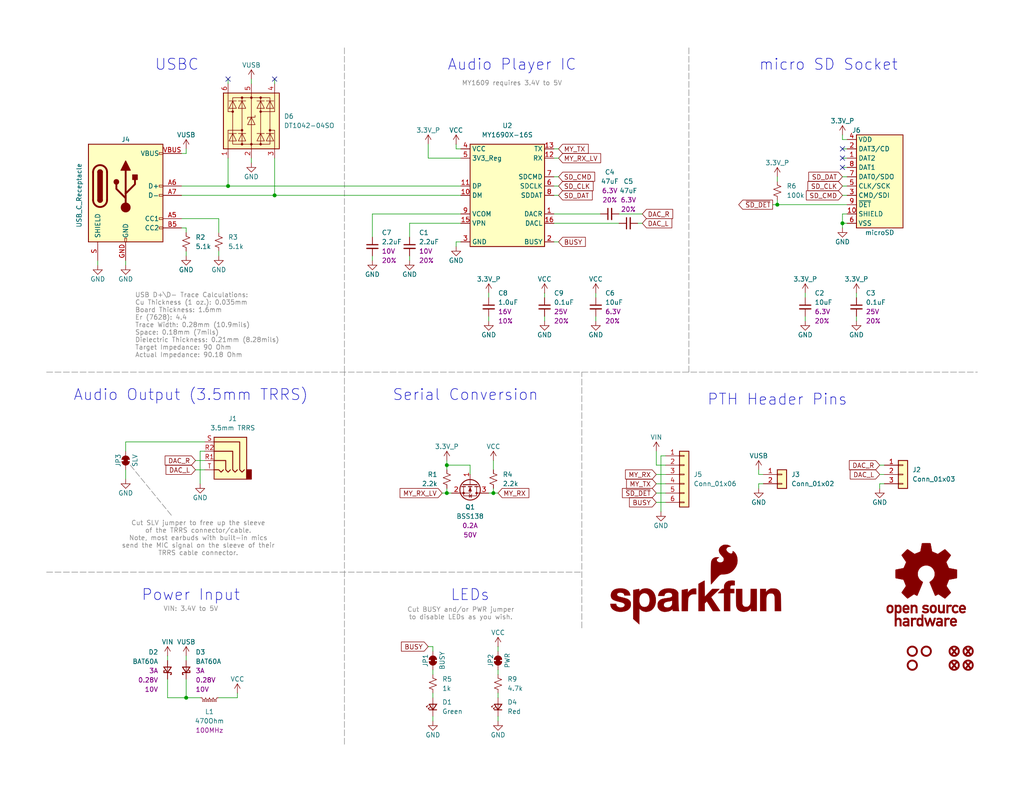
<source format=kicad_sch>
(kicad_sch (version 20231120) (generator "eeschema") (generator_version "8.0")
  (paper "USLetter")
  (title_block (title "SparkFun Audio Player Breakout MY1690X-16S") (date "2025-02-18") (rev "v10") (comment 1 "Based on the MP3 Trigger Shield R3 by N. Seidle") (comment 2 "Designed by: P. Lewis"))
  (junction (at 62.23 50.8))
  (junction (at 229.87 60.96))
  (junction (at 74.93 53.34))
  (junction (at 121.92 134.62))
  (junction (at 134.62 134.62))
  (junction (at 212.09 55.88))
  (junction (at 50.8 190.5))
  (junction (at 121.92 127))
  (no_connect (at 74.93 21.59))
  (no_connect (at 229.87 40.64))
  (no_connect (at 62.23 21.59))
  (no_connect (at 229.87 43.18))
  (no_connect (at 229.87 45.72))
  (wire (pts (xy 231.14 38.1) (xy 229.87 38.1)))
  (wire (pts (xy 53.34 125.73) (xy 55.88 125.73)))
  (wire (pts (xy 45.72 185.42) (xy 45.72 190.5)))
  (wire (pts (xy 49.53 50.8) (xy 62.23 50.8)))
  (wire (pts (xy 179.07 132.08) (xy 181.61 132.08)))
  (wire (pts (xy 229.87 48.26) (xy 231.14 48.26)))
  (wire (pts (xy 212.09 48.26) (xy 212.09 49.53)))
  (wire (pts (xy 116.84 39.37) (xy 116.84 43.18)))
  (wire (pts (xy 59.69 69.85) (xy 59.69 68.58)))
  (wire (pts (xy 101.6 71.12) (xy 101.6 69.85)))
  (wire (pts (xy 53.34 128.27) (xy 55.88 128.27)))
  (wire (pts (xy 219.71 81.28) (xy 219.71 80.01)))
  (wire (pts (xy 151.13 58.42) (xy 163.83 58.42)))
  (wire (pts (xy 121.92 128.27) (xy 121.92 127)))
  (wire (pts (xy 50.8 69.85) (xy 50.8 68.58)))
  (wire (pts (xy 121.92 134.62) (xy 123.19 134.62)))
  (wire (pts (xy 118.11 177.8) (xy 118.11 176.53)))
  (wire (pts (xy 240.03 132.08) (xy 240.03 133.35)))
  (wire (pts (xy 229.87 36.83) (xy 229.87 38.1)))
  (wire (pts (xy 152.4 40.64) (xy 151.13 40.64)))
  (wire (pts (xy 121.92 133.35) (xy 121.92 134.62)))
  (wire (pts (xy 118.11 190.5) (xy 118.11 189.23)))
  (wire (pts (xy 49.53 53.34) (xy 74.93 53.34)))
  (wire (pts (xy 54.61 123.19) (xy 55.88 123.19)))
  (wire (pts (xy 111.76 60.96) (xy 111.76 64.77)))
  (wire (pts (xy 49.53 59.69) (xy 59.69 59.69)))
  (wire (pts (xy 133.35 80.01) (xy 133.35 81.28)))
  (wire (pts (xy 207.01 132.08) (xy 207.01 133.35)))
  (wire (pts (xy 50.8 185.42) (xy 50.8 190.5)))
  (wire (pts (xy 208.28 132.08) (xy 207.01 132.08)))
  (wire (pts (xy 229.87 53.34) (xy 231.14 53.34)))
  (wire (pts (xy 152.4 50.8) (xy 151.13 50.8)))
  (polyline (pts (xy 12.7 156.21) (xy 158.75 156.21)) (stroke (width 0) (type dash) (color 132 132 132 1)))
  (wire (pts (xy 34.29 71.12) (xy 34.29 72.39)))
  (wire (pts (xy 74.93 53.34) (xy 125.73 53.34)))
  (wire (pts (xy 229.87 50.8) (xy 231.14 50.8)))
  (wire (pts (xy 240.03 129.54) (xy 241.3 129.54)))
  (wire (pts (xy 210.82 55.88) (xy 212.09 55.88)))
  (polyline (pts (xy 93.98 101.6) (xy 93.98 12.7)) (stroke (width 0) (type dash) (color 132 132 132 1)))
  (wire (pts (xy 180.34 124.46) (xy 180.34 139.7)))
  (wire (pts (xy 74.93 43.18) (xy 74.93 53.34)))
  (wire (pts (xy 229.87 45.72) (xy 231.14 45.72)))
  (wire (pts (xy 162.56 87.63) (xy 162.56 86.36)))
  (wire (pts (xy 148.59 81.28) (xy 148.59 80.01)))
  (wire (pts (xy 134.62 133.35) (xy 134.62 134.62)))
  (wire (pts (xy 101.6 58.42) (xy 125.73 58.42)))
  (wire (pts (xy 179.07 127) (xy 181.61 127)))
  (wire (pts (xy 135.89 190.5) (xy 135.89 189.23)))
  (wire (pts (xy 124.46 40.64) (xy 125.73 40.64)))
  (wire (pts (xy 49.53 62.23) (xy 50.8 62.23)))
  (wire (pts (xy 74.93 21.59) (xy 74.93 22.86)))
  (wire (pts (xy 62.23 43.18) (xy 62.23 50.8)))
  (wire (pts (xy 45.72 180.34) (xy 45.72 179.07)))
  (wire (pts (xy 135.89 176.53) (xy 135.89 177.8)))
  (wire (pts (xy 111.76 60.96) (xy 125.73 60.96)))
  (wire (pts (xy 179.07 137.16) (xy 181.61 137.16)))
  (wire (pts (xy 173.99 60.96) (xy 175.26 60.96)))
  (wire (pts (xy 231.14 60.96) (xy 229.87 60.96)))
  (wire (pts (xy 59.69 190.5) (xy 64.77 190.5)))
  (wire (pts (xy 26.67 71.12) (xy 26.67 72.39)))
  (wire (pts (xy 121.92 127) (xy 128.27 127)))
  (wire (pts (xy 229.87 58.42) (xy 229.87 60.96)))
  (wire (pts (xy 55.88 120.65) (xy 34.29 120.65)))
  (wire (pts (xy 180.34 124.46) (xy 181.61 124.46)))
  (wire (pts (xy 152.4 53.34) (xy 151.13 53.34)))
  (polyline (pts (xy 35.56 127) (xy 46.99 140.97)) (stroke (width 0) (type dash) (color 132 132 132 1)))
  (polyline (pts (xy 12.7 101.6) (xy 135.89 101.6)) (stroke (width 0) (type dash) (color 132 132 132 1)))
  (wire (pts (xy 240.03 127) (xy 241.3 127)))
  (wire (pts (xy 152.4 48.26) (xy 151.13 48.26)))
  (wire (pts (xy 212.09 55.88) (xy 231.14 55.88)))
  (wire (pts (xy 116.84 176.53) (xy 118.11 176.53)))
  (wire (pts (xy 168.91 58.42) (xy 175.26 58.42)))
  (wire (pts (xy 101.6 58.42) (xy 101.6 64.77)))
  (wire (pts (xy 152.4 43.18) (xy 151.13 43.18)))
  (wire (pts (xy 62.23 50.8) (xy 125.73 50.8)))
  (polyline (pts (xy 187.96 101.6) (xy 187.96 12.7)) (stroke (width 0) (type dash) (color 132 132 132 1)))
  (wire (pts (xy 179.07 134.62) (xy 181.61 134.62)))
  (wire (pts (xy 134.62 125.73) (xy 134.62 128.27)))
  (wire (pts (xy 59.69 59.69) (xy 59.69 63.5)))
  (wire (pts (xy 50.8 190.5) (xy 54.61 190.5)))
  (wire (pts (xy 135.89 195.58) (xy 135.89 196.85)))
  (wire (pts (xy 124.46 39.37) (xy 124.46 40.64)))
  (wire (pts (xy 50.8 40.64) (xy 50.8 41.91)))
  (wire (pts (xy 118.11 195.58) (xy 118.11 196.85)))
  (wire (pts (xy 34.29 120.65) (xy 34.29 123.19)))
  (wire (pts (xy 233.68 81.28) (xy 233.68 80.01)))
  (wire (pts (xy 50.8 62.23) (xy 50.8 63.5)))
  (wire (pts (xy 229.87 60.96) (xy 229.87 62.23)))
  (wire (pts (xy 135.89 184.15) (xy 135.89 182.88)))
  (wire (pts (xy 54.61 123.19) (xy 54.61 132.08)))
  (wire (pts (xy 62.23 21.59) (xy 62.23 22.86)))
  (wire (pts (xy 152.4 66.04) (xy 151.13 66.04)))
  (wire (pts (xy 111.76 71.12) (xy 111.76 69.85)))
  (wire (pts (xy 120.65 134.62) (xy 121.92 134.62)))
  (wire (pts (xy 179.07 127) (xy 179.07 123.19)))
  (wire (pts (xy 233.68 87.63) (xy 233.68 86.36)))
  (wire (pts (xy 64.77 189.23) (xy 64.77 190.5)))
  (wire (pts (xy 207.01 128.27) (xy 207.01 129.54)))
  (wire (pts (xy 240.03 132.08) (xy 241.3 132.08)))
  (wire (pts (xy 125.73 66.04) (xy 124.46 66.04)))
  (wire (pts (xy 151.13 60.96) (xy 168.91 60.96)))
  (wire (pts (xy 50.8 180.34) (xy 50.8 179.07)))
  (wire (pts (xy 133.35 134.62) (xy 134.62 134.62)))
  (wire (pts (xy 208.28 129.54) (xy 207.01 129.54)))
  (wire (pts (xy 68.58 21.59) (xy 68.58 22.86)))
  (wire (pts (xy 148.59 87.63) (xy 148.59 86.36)))
  (wire (pts (xy 162.56 81.28) (xy 162.56 80.01)))
  (wire (pts (xy 118.11 184.15) (xy 118.11 182.88)))
  (wire (pts (xy 121.92 125.73) (xy 121.92 127)))
  (polyline (pts (xy 93.98 203.2) (xy 93.98 101.6)) (stroke (width 0) (type dash) (color 132 132 132 1)))
  (wire (pts (xy 50.8 41.91) (xy 49.53 41.91)))
  (wire (pts (xy 134.62 134.62) (xy 135.89 134.62)))
  (wire (pts (xy 68.58 43.18) (xy 68.58 44.45)))
  (wire (pts (xy 212.09 54.61) (xy 212.09 55.88)))
  (wire (pts (xy 219.71 87.63) (xy 219.71 86.36)))
  (polyline (pts (xy 135.89 101.6) (xy 266.7 101.6)) (stroke (width 0) (type dash) (color 132 132 132 1)))
  (wire (pts (xy 229.87 40.64) (xy 231.14 40.64)))
  (wire (pts (xy 179.07 129.54) (xy 181.61 129.54)))
  (wire (pts (xy 124.46 66.04) (xy 124.46 67.31)))
  (wire (pts (xy 231.14 58.42) (xy 229.87 58.42)))
  (wire (pts (xy 45.72 190.5) (xy 50.8 190.5)))
  (wire (pts (xy 133.35 87.63) (xy 133.35 86.36)))
  (wire (pts (xy 128.27 127) (xy 128.27 129.54)))
  (wire (pts (xy 116.84 43.18) (xy 125.73 43.18)))
  (wire (pts (xy 34.29 128.27) (xy 34.29 130.81)))
  (wire (pts (xy 229.87 43.18) (xy 231.14 43.18)))
  (polyline (pts (xy 158.75 171.45) (xy 158.75 101.6)) (stroke (width 0) (type dash) (color 132 132 132 1)))
  (text "USBC" (at 48.26 17.78 0) (effects (font (size 3 3))))
  (text "Serial Conversion" (at 127 107.95 0) (effects (font (size 3 3))))
  (text "MY1609 requires 3.4V to 5V" (at 139.7 22.86 0) (effects (font (size 1.27 1.27))))
  (text "Audio Output (3.5mm TRRS)" (at 52.07 107.95 0) (effects (font (size 3 3))))
  (text "Cut BUSY and/or PWR jumper\nto disable LEDs as you wish." (at 125.73 167.64 0) (effects (font (size 1.27 1.27))))
  (text "micro SD Socket" (at 226.06 17.78 0) (effects (font (size 3 3))))
  (text "Power Input" (at 52.07 162.56 0) (effects (font (size 3 3))))
  (text "PTH Header Pins" (at 212.09 109.22 0) (effects (font (size 3 3))))
  (text "Audio Player IC" (at 139.7 17.78 0) (effects (font (size 3 3))))
  (text "LEDs" (at 128.27 162.56 0) (effects (font (size 3 3))))
  (text "Cut SLV jumper to free up the sleeve\nof the TRRS connector/cable.\nNote, most earbuds with built-in mics\nsend the MIC signal on the sleeve of their\nTRRS cable connector." (at 54.102 147.066 0) (effects (font (size 1.27 1.27))))
  (text "USB D+\\D- Trace Calculations:\nCu Thickness (1 oz.): 0.035mm\nBoard Thickness: 1.6mm\nEr (7628): 4.4\nTrace Width: 0.28mm (10.9mils)\nSpace: 0.18mm (7mils)\nDielectric Thickness: 0.21mm (8.28mils)\nTarget Impedance: 90 Ohm\nActual Impedance: 90.18 Ohm\n" (at 36.83 88.9 0) (effects (font (size 1.27 1.27)) (justify left)))
  (text "VIN: 3.4V to 5V" (at 52.07 166.37 0) (effects (font (size 1.27 1.27))))
  (global_label "BUSY" (shape input) (at 116.84 176.53 180) (property "Intersheetrefs" "${INTERSHEET_REFS}" (effects (hide yes))))
  (global_label "DAC_R" (shape input) (at 53.34 125.73 180) (property "Intersheetrefs" "${INTERSHEET_REFS}" (effects (hide yes))))
  (global_label "SD_DAT" (shape input) (at 152.4 53.34 0) (property "Intersheetrefs" "${INTERSHEET_REFS}" (effects (hide yes))))
  (global_label "SD_CLK" (shape input) (at 152.4 50.8 0) (property "Intersheetrefs" "${INTERSHEET_REFS}" (effects (hide yes))))
  (global_label "SD_DAT" (shape input) (at 229.87 48.26 180) (property "Intersheetrefs" "${INTERSHEET_REFS}" (effects (hide yes))))
  (global_label "~{SD_DET}" (shape output) (at 210.82 55.88 180) (property "Intersheetrefs" "${INTERSHEET_REFS}" (effects (hide yes))))
  (global_label "MY_TX" (shape input) (at 152.4 40.64 0) (property "Intersheetrefs" "${INTERSHEET_REFS}" (effects (hide yes))))
  (global_label "~{SD_DET}" (shape input) (at 179.07 134.62 180) (property "Intersheetrefs" "${INTERSHEET_REFS}" (effects (hide yes))))
  (global_label "MY_RX_LV" (shape input) (at 152.4 43.18 0) (property "Intersheetrefs" "${INTERSHEET_REFS}" (effects (hide yes))))
  (global_label "MY_TX" (shape input) (at 179.07 132.08 180) (property "Intersheetrefs" "${INTERSHEET_REFS}" (effects (hide yes))))
  (global_label "MY_RX" (shape input) (at 179.07 129.54 180) (property "Intersheetrefs" "${INTERSHEET_REFS}" (effects (hide yes))))
  (global_label "BUSY" (shape input) (at 179.07 137.16 180) (property "Intersheetrefs" "${INTERSHEET_REFS}" (effects (hide yes))))
  (global_label "DAC_L" (shape input) (at 175.26 60.96 0) (property "Intersheetrefs" "${INTERSHEET_REFS}" (effects (hide yes))))
  (global_label "SD_CMD" (shape input) (at 229.87 53.34 180) (property "Intersheetrefs" "${INTERSHEET_REFS}" (effects (hide yes))))
  (global_label "SD_CLK" (shape input) (at 229.87 50.8 180) (property "Intersheetrefs" "${INTERSHEET_REFS}" (effects (hide yes))))
  (global_label "MY_RX_LV" (shape input) (at 120.65 134.62 180) (property "Intersheetrefs" "${INTERSHEET_REFS}" (effects (hide yes))))
  (global_label "SD_CMD" (shape input) (at 152.4 48.26 0) (property "Intersheetrefs" "${INTERSHEET_REFS}" (effects (hide yes))))
  (global_label "DAC_L" (shape input) (at 53.34 128.27 180) (property "Intersheetrefs" "${INTERSHEET_REFS}" (effects (hide yes))))
  (global_label "DAC_R" (shape input) (at 240.03 127 180) (property "Intersheetrefs" "${INTERSHEET_REFS}" (effects (hide yes))))
  (global_label "BUSY" (shape input) (at 152.4 66.04 0) (property "Intersheetrefs" "${INTERSHEET_REFS}" (effects (hide yes))))
  (global_label "DAC_R" (shape input) (at 175.26 58.42 0) (property "Intersheetrefs" "${INTERSHEET_REFS}" (effects (hide yes))))
  (global_label "MY_RX" (shape input) (at 135.89 134.62 0) (property "Intersheetrefs" "${INTERSHEET_REFS}" (effects (hide yes))))
  (global_label "DAC_L" (shape input) (at 240.03 129.54 180) (property "Intersheetrefs" "${INTERSHEET_REFS}" (effects (hide yes))))
  (symbol (lib_id "SparkFun-Hardware:Standoff") (at 248.92 181.61 0) (unit 1)
    (property "Reference" "ST3" (effects (hide yes)))
    (property "Value" "Standoff" (effects (hide yes)))
    (property "Footprint" "SparkFun-Hardware:Standoff" (effects (hide yes)))
    (property "Description" "Drill holes for mechanically mounting via screws, standoffs, etc." (effects (hide yes)))
  )
  (symbol (lib_id "SparkFun-Hardware:Standoff") (at 248.92 177.8 0) (unit 1)
    (property "Reference" "ST1" (effects (hide yes)))
    (property "Value" "Standoff" (effects (hide yes)))
    (property "Footprint" "SparkFun-Hardware:Standoff" (effects (hide yes)))
    (property "Description" "Drill holes for mechanically mounting via screws, standoffs, etc." (effects (hide yes)))
  )
  (symbol (lib_id "SparkFun-PowerSymbol:GND") (at 180.34 139.7 0) (unit 1)
    (property "Reference" "#PWR031" (effects (hide yes)))
    (property "Value" "GND" (at 180.34 143.51 0))
    (property "Description" "Power symbol creates a global label with name \"GND\" , ground" (effects (hide yes)))
  )
  (symbol (lib_id "SparkFun-PowerSymbol:VIN") (at 45.72 179.07 0) (unit 1)
    (property "Reference" "#PWR034" (effects (hide yes)))
    (property "Value" "VIN" (at 45.72 175.26 0))
    (property "Description" "Power symbol creates a global label with name \"VIN\"" (effects (hide yes)))
  )
  (symbol (lib_id "SparkFun-PowerSymbol:GND") (at 135.89 196.85 0) (unit 1)
    (property "Reference" "#PWR037" (effects (hide yes)))
    (property "Value" "GND" (at 135.89 200.66 0))
    (property "Description" "Power symbol creates a global label with name \"GND\" , ground" (effects (hide yes)))
  )
  (symbol (lib_id "SparkFun-Connector:Audio_Jack_TRRS_3.5mm_SMD") (at 60.96 123.19 0) (mirror y) (unit 1)
    (property "Reference" "J1" (at 63.5 114.3 0))
    (property "Value" "3.5mm TRRS" (at 63.5 116.84 0))
    (property "Footprint" "SparkFun-Connector:Audio_Jack_3.5mm_TRRS_SMD_RA" (effects (hide yes)))
    (property "Datasheet" "https://cdn.sparkfun.com/datasheets/Prototyping/20153.pdf" (effects (hide yes)))
    (property "Description" "Audio Jack, 4 Poles (TRRS)" (effects (hide yes)))
    (property "PROD_ID" "CONN-10676" (effects (hide yes)))
  )
  (symbol (lib_id "SparkFun-PowerSymbol:3.3V_P") (at 121.92 125.73 0) (unit 1)
    (property "Reference" "#PWR018" (effects (hide yes)))
    (property "Value" "3.3V_P" (at 121.92 121.92 0))
    (property "Description" "Power symbol creates a global label with name \"3.3V_P\"" (effects (hide yes)))
  )
  (symbol (lib_id "SparkFun-Capacitor:2.2uF_0603_10V_20%") (at 101.6 67.31 0) (unit 1)
    (property "Reference" "C7" (at 104.14 63.5062 0) (effects (justify left)))
    (property "Value" "2.2uF" (at 104.14 66.0462 0) (effects (justify left)))
    (property "Footprint" "SparkFun-Capacitor:C_0603_1608Metric" (effects (hide yes)))
    (property "Datasheet" "https://cdn.sparkfun.com/assets/8/a/4/a/5/Kemet_Capacitor_Datasheet.pdf" (effects (hide yes)))
    (property "Description" "Unpolarized capacitor" (effects (hide yes)))
    (property "PROD_ID" "CAP-07888" (effects (hide yes)))
    (property "Voltage" "10V" (at 104.14 68.5862 0) (effects (justify left)))
    (property "Tolerance" "20%" (at 104.14 71.1262 0) (effects (justify left)))
  )
  (symbol (lib_id "SparkFun-DiscreteSemi:D_Schottky_3A_10V_0.28V") (at 50.8 182.88 90) (unit 1)
    (property "Reference" "D3" (at 53.34 178.0539 90) (effects (justify right)))
    (property "Value" "BAT60A" (at 53.34 180.5939 90) (effects (justify right)))
    (property "Footprint" "SparkFun-Semiconductor-Standard:SOD-323" (effects (hide yes)))
    (property "Datasheet" "https://www.infineon.com/dgdl/bat60aseries.pdf?folderId=db3a304313d846880113def5812204a1&fileId=db3a304313d846880113def70c9304a9" (effects (hide yes)))
    (property "Description" "Schottky diode" (effects (hide yes)))
    (property "PROD_ID" "DIO-14072" (effects (hide yes)))
    (property "IMax" "3A" (at 53.34 183.1339 90) (effects (justify right)))
    (property "VDrop" "0.28V" (at 53.34 185.6739 90) (effects (justify right)))
    (property "VMax" "10V" (at 53.34 188.2139 90) (effects (justify right)))
  )
  (symbol (lib_id "power:VCC") (at 148.59 80.01 0) (unit 1)
    (property "Reference" "#PWR038" (effects (hide yes)))
    (property "Value" "VCC" (at 148.59 76.2 0))
    (property "Description" "Power symbol creates a global label with name \"VCC\"" (effects (hide yes)))
  )
  (symbol (lib_id "SparkFun-DiscreteSemi:D_Schottky_3A_10V_0.28V") (at 45.72 182.88 270) (mirror x) (unit 1)
    (property "Reference" "D2" (at 43.18 178.0539 90) (effects (justify right)))
    (property "Value" "BAT60A" (at 43.18 180.5939 90) (effects (justify right)))
    (property "Footprint" "SparkFun-Semiconductor-Standard:SOD-323" (effects (hide yes)))
    (property "Datasheet" "https://www.infineon.com/dgdl/bat60aseries.pdf?folderId=db3a304313d846880113def5812204a1&fileId=db3a304313d846880113def70c9304a9" (effects (hide yes)))
    (property "Description" "Schottky diode" (effects (hide yes)))
    (property "PROD_ID" "DIO-14072" (effects (hide yes)))
    (property "IMax" "3A" (at 43.18 183.1339 90) (effects (justify right)))
    (property "VDrop" "0.28V" (at 43.18 185.6739 90) (effects (justify right)))
    (property "VMax" "10V" (at 43.18 188.2139 90) (effects (justify right)))
  )
  (symbol (lib_id "SparkFun-Aesthetic:SparkFun_Logo") (at 189.23 163.83 0) (unit 1) (on_board no)
    (property "Reference" "G5" (effects (hide yes)))
    (property "Value" "SparkFun_Logo" (effects (hide yes)))
    (property "Footprint" "SparkFun-Aesthetic:SparkFun_Logo_8mm" (effects (hide yes)))
  )
  (symbol (lib_id "SparkFun-Connector:USB_C_Receptacle") (at 34.29 50.8 0) (unit 1)
    (property "Reference" "J4" (at 34.29 38.1 0))
    (property "Value" "USB_C_Receptacle" (at 21.59 53.34 90))
    (property "Footprint" "SparkFun-Connector:USB-C_16" (effects (hide yes)))
    (property "Datasheet" "https://www.usb.org/sites/default/files/documents/usb_type-c.zip" (effects (hide yes)))
    (property "Description" "USB 2.0-only Type-C Receptacle connector" (effects (hide yes)))
    (property "PROD_ID" "CONN-14122" (effects (hide yes)))
  )
  (symbol (lib_id "SparkFun-PowerSymbol:VIN") (at 179.07 123.19 0) (unit 1)
    (property "Reference" "#PWR033" (effects (hide yes)))
    (property "Value" "VIN" (at 179.07 119.38 0))
    (property "Description" "Power symbol creates a global label with name \"VIN\"" (effects (hide yes)))
  )
  (symbol (lib_id "SparkFun-Capacitor:47uF_0805_6.3V_20%") (at 166.37 58.42 90) (unit 1)
    (property "Reference" "C4" (at 166.3763 46.99 90))
    (property "Value" "47uF" (at 166.3763 49.53 90))
    (property "Footprint" "SparkFun-Capacitor:C_0805_2012Metric" (effects (hide yes)))
    (property "Datasheet" "https://cdn.sparkfun.com/assets/8/a/4/a/5/Kemet_Capacitor_Datasheet.pdf" (effects (hide yes)))
    (property "Description" "Unpolarized capacitor" (effects (hide yes)))
    (property "PROD_ID" "CAP-13854" (effects (hide yes)))
    (property "Voltage" "6.3V" (at 166.3763 52.07 90))
    (property "Tolerance" "20%" (at 166.3763 54.61 90))
  )
  (symbol (lib_id "power:VCC") (at 135.89 176.53 0) (unit 1)
    (property "Reference" "#PWR040" (effects (hide yes)))
    (property "Value" "VCC" (at 135.89 172.72 0))
    (property "Description" "Power symbol creates a global label with name \"VCC\"" (effects (hide yes)))
  )
  (symbol (lib_id "SparkFun-Capacitor:2.2uF_0603_10V_20%") (at 111.76 67.31 0) (unit 1)
    (property "Reference" "C1" (at 114.3 63.5062 0) (effects (justify left)))
    (property "Value" "2.2uF" (at 114.3 66.04 0) (effects (justify left)))
    (property "Footprint" "SparkFun-Capacitor:C_0603_1608Metric" (effects (hide yes)))
    (property "Datasheet" "https://cdn.sparkfun.com/assets/8/a/4/a/5/Kemet_Capacitor_Datasheet.pdf" (effects (hide yes)))
    (property "Description" "Unpolarized capacitor" (effects (hide yes)))
    (property "PROD_ID" "CAP-07888" (effects (hide yes)))
    (property "Voltage" "10V" (at 114.3 68.5862 0) (effects (justify left)))
    (property "Tolerance" "20%" (at 114.3 71.1262 0) (effects (justify left)))
  )
  (symbol (lib_id "SparkFun-PowerSymbol:3.3V_P") (at 229.87 36.83 0) (unit 1)
    (property "Reference" "#PWR011" (effects (hide yes)))
    (property "Value" "3.3V_P" (at 229.87 33.02 0))
    (property "Description" "Power symbol creates a global label with name \"3.3V_P\"" (effects (hide yes)))
  )
  (symbol (lib_id "SparkFun-Resistor:100k_0603") (at 212.09 52.07 270) (unit 1)
    (property "Reference" "R6" (at 214.63 50.7999 90) (effects (justify left)))
    (property "Value" "100k" (at 214.63 53.3399 90) (effects (justify left)))
    (property "Footprint" "SparkFun-Resistor:R_0603_1608Metric" (effects (hide yes)))
    (property "Datasheet" "https://www.vishay.com/docs/20035/dcrcwe3.pdf" (effects (hide yes)))
    (property "Description" "Resistor" (effects (hide yes)))
    (property "PROD_ID" "RES-07828" (effects (hide yes)))
  )
  (symbol (lib_id "SparkFun-PowerSymbol:3.3V_P") (at 212.09 48.26 0) (unit 1)
    (property "Reference" "#PWR01" (effects (hide yes)))
    (property "Value" "3.3V_P" (at 212.09 44.45 0))
    (property "Description" "Power symbol creates a global label with name \"3.3V_P\"" (effects (hide yes)))
  )
  (symbol (lib_id "SparkFun-PowerSymbol:GND") (at 34.29 130.81 0) (unit 1)
    (property "Reference" "#PWR029" (effects (hide yes)))
    (property "Value" "GND" (at 34.29 134.62 0))
    (property "Description" "Power symbol creates a global label with name \"GND\" , ground" (effects (hide yes)))
  )
  (symbol (lib_id "SparkFun-Aesthetic:Fiducial_0.5mm") (at 264.16 177.8 0) (unit 1)
    (property "Reference" "FID1" (effects (hide yes)))
    (property "Value" "Fiducial_0.5mm" (effects (hide yes)))
    (property "Footprint" "SparkFun-Aesthetic:Fiducial_0.5mm_Mask1mm" (effects (hide yes)))
    (property "Description" "Fiducial Marker" (effects (hide yes)))
  )
  (symbol (lib_id "SparkFun-PowerSymbol:VUSB") (at 50.8 179.07 0) (unit 1)
    (property "Reference" "#PWR028" (effects (hide yes)))
    (property "Value" "VUSB" (at 50.8 175.26 0))
    (property "Description" "Power symbol creates a global label with name \"VUSB\"" (effects (hide yes)))
  )
  (symbol (lib_id "SparkFun-Aesthetic:Fiducial_0.5mm") (at 264.16 181.61 0) (unit 1)
    (property "Reference" "FID4" (effects (hide yes)))
    (property "Value" "Fiducial_0.5mm" (effects (hide yes)))
    (property "Footprint" "SparkFun-Aesthetic:Fiducial_0.5mm_Mask1mm" (effects (hide yes)))
    (property "Description" "Fiducial Marker" (effects (hide yes)))
  )
  (symbol (lib_id "SparkFun-Capacitor:10uF_0603_6.3V_20%") (at 162.56 83.82 0) (unit 1)
    (property "Reference" "C6" (at 165.1 80.0162 0) (effects (justify left)))
    (property "Value" "10uF" (at 165.1 82.5562 0) (effects (justify left)))
    (property "Footprint" "SparkFun-Capacitor:C_0603_1608Metric" (effects (hide yes)))
    (property "Datasheet" "https://cdn.sparkfun.com/assets/8/a/4/a/5/Kemet_Capacitor_Datasheet.pdf" (effects (hide yes)))
    (property "Description" "Unpolarized capacitor" (effects (hide yes)))
    (property "PROD_ID" "CAP-11015" (effects (hide yes)))
    (property "Voltage" "6.3V" (at 165.1 85.0962 0) (effects (justify left)))
    (property "Tolerance" "20%" (at 165.1 87.6362 0) (effects (justify left)))
  )
  (symbol (lib_id "Connector_Generic:Conn_01x02") (at 213.36 129.54 0) (unit 1)
    (property "Reference" "J3" (at 215.9 129.5399 0) (effects (justify left)))
    (property "Value" "Conn_01x02" (at 215.9 132.0799 0) (effects (justify left)))
    (property "Footprint" "SparkFun-Connector:1x02" (effects (hide yes)))
    (property "Description" "Generic connector, single row, 01x02, script generated (kicad-library-utils/schlib/autogen/connector/)" (effects (hide yes)))
  )
  (symbol (lib_id "SparkFun-PowerSymbol:3.3V_P") (at 133.35 80.01 0) (unit 1)
    (property "Reference" "#PWR019" (effects (hide yes)))
    (property "Value" "3.3V_P" (at 133.35 76.2 0))
    (property "Description" "Power symbol creates a global label with name \"3.3V_P\"" (effects (hide yes)))
  )
  (symbol (lib_id "power:VCC") (at 134.62 125.73 0) (unit 1)
    (property "Reference" "#PWR07" (effects (hide yes)))
    (property "Value" "VCC" (at 134.62 121.92 0))
    (property "Description" "Power symbol creates a global label with name \"VCC\"" (effects (hide yes)))
  )
  (symbol (lib_id "power:VCC") (at 124.46 39.37 0) (unit 1)
    (property "Reference" "#PWR05" (effects (hide yes)))
    (property "Value" "VCC" (at 124.46 35.56 0))
    (property "Description" "Power symbol creates a global label with name \"VCC\"" (effects (hide yes)))
  )
  (symbol (lib_id "SparkFun-Hardware:Standoff") (at 252.73 177.8 0) (unit 1)
    (property "Reference" "ST2" (effects (hide yes)))
    (property "Value" "Standoff" (effects (hide yes)))
    (property "Footprint" "SparkFun-Hardware:Standoff" (effects (hide yes)))
    (property "Description" "Drill holes for mechanically mounting via screws, standoffs, etc." (effects (hide yes)))
  )
  (symbol (lib_id "power:VCC") (at 162.56 80.01 0) (unit 1)
    (property "Reference" "#PWR035" (effects (hide yes)))
    (property "Value" "VCC" (at 162.56 76.2 0))
    (property "Description" "Power symbol creates a global label with name \"VCC\"" (effects (hide yes)))
  )
  (symbol (lib_id "SparkFun-Resistor:1k_0603") (at 118.11 186.69 90) (unit 1)
    (property "Reference" "R5" (at 120.65 185.4199 90) (effects (justify right)))
    (property "Value" "1k" (at 120.65 187.9599 90) (effects (justify right)))
    (property "Footprint" "SparkFun-Resistor:R_0603_1608Metric" (effects (hide yes)))
    (property "Datasheet" "https://www.vishay.com/docs/20035/dcrcwe3.pdf" (effects (hide yes)))
    (property "Description" "Resistor" (effects (hide yes)))
    (property "PROD_ID" "RES-07856" (effects (hide yes)))
  )
  (symbol (lib_id "SparkFun-Capacitor:47uF_0805_6.3V_20%") (at 171.45 60.96 90) (unit 1)
    (property "Reference" "C5" (at 171.4563 49.53 90))
    (property "Value" "47uF" (at 171.4563 52.07 90))
    (property "Footprint" "SparkFun-Capacitor:C_0805_2012Metric" (effects (hide yes)))
    (property "Datasheet" "https://cdn.sparkfun.com/assets/8/a/4/a/5/Kemet_Capacitor_Datasheet.pdf" (effects (hide yes)))
    (property "Description" "Unpolarized capacitor" (effects (hide yes)))
    (property "PROD_ID" "CAP-13854" (effects (hide yes)))
    (property "Voltage" "6.3V" (at 171.4563 54.61 90))
    (property "Tolerance" "20%" (at 171.4563 57.15 90))
  )
  (symbol (lib_id "SparkFun-PowerSymbol:3.3V_P") (at 233.68 80.01 0) (unit 1)
    (property "Reference" "#PWR027" (effects (hide yes)))
    (property "Value" "3.3V_P" (at 233.68 76.2 0))
    (property "Description" "Power symbol creates a global label with name \"3.3V_P\"" (effects (hide yes)))
  )
  (symbol (lib_id "SparkFun-PowerSymbol:GND") (at 229.87 62.23 0) (unit 1)
    (property "Reference" "#PWR021" (effects (hide yes)))
    (property "Value" "GND" (at 229.87 66.04 0))
    (property "Description" "Power symbol creates a global label with name \"GND\" , ground" (effects (hide yes)))
  )
  (symbol (lib_id "SparkFun-Aesthetic:OSHW_Logo") (at 252.73 163.83 0) (unit 1) (in_bom no)
    (property "Reference" "G1" (effects (hide yes)))
    (property "Value" "OSHW_Logo" (effects (hide yes)))
    (property "Footprint" "SparkFun-Aesthetic:Creative_Commons_License" (effects (hide yes)))
  )
  (symbol (lib_id "SparkFun-LED:LED_Green_0603") (at 118.11 193.04 90) (unit 1)
    (property "Reference" "D1" (at 120.65 191.7064 90) (effects (justify right)))
    (property "Value" "Green" (at 120.65 194.2464 90) (effects (justify right)))
    (property "Footprint" "SparkFun-LED:LED_0603_1608Metric_Green" (effects (hide yes)))
    (property "Datasheet" "https://docs.broadcom.com/docs/AV02-0551EN" (effects (hide yes)))
    (property "Description" "Light emitting diode" (effects (hide yes)))
    (property "PROD_ID" "DIO-00821" (effects (hide yes)))
  )
  (symbol (lib_id "SparkFun-PowerSymbol:VUSB") (at 207.01 128.27 0) (unit 1)
    (property "Reference" "#PWR032" (effects (hide yes)))
    (property "Value" "VUSB" (at 207.01 124.46 0))
    (property "Description" "Power symbol creates a global label with name \"VUSB\"" (effects (hide yes)))
  )
  (symbol (lib_id "SparkFun-Resistor:2.2k_0603") (at 134.62 130.81 90) (unit 1)
    (property "Reference" "R4" (at 137.16 129.5399 90) (effects (justify right)))
    (property "Value" "2.2k" (at 137.16 132.0799 90) (effects (justify right)))
    (property "Footprint" "SparkFun-Resistor:R_0603_1608Metric" (effects (hide yes)))
    (property "Datasheet" "https://www.vishay.com/docs/20035/dcrcwe3.pdf" (effects (hide yes)))
    (property "Description" "Resistor" (effects (hide yes)))
    (property "PROD_ID" "RES-08272" (effects (hide yes)))
  )
  (symbol (lib_id "SparkFun-PowerSymbol:GND") (at 26.67 72.39 0) (unit 1)
    (property "Reference" "#PWR09" (effects (hide yes)))
    (property "Value" "GND" (at 26.67 76.2 0))
    (property "Description" "Power symbol creates a global label with name \"GND\" , ground" (effects (hide yes)))
  )
  (symbol (lib_id "SparkFun-Connector:microSD_PushPush") (at 240.03 50.8 0) (unit 1)
    (property "Reference" "J6" (at 233.68 35.56 0))
    (property "Value" "microSD" (at 240.03 63.5 0))
    (property "Footprint" "SparkFun-Connector:microSD_External_Pin" (effects (hide yes)))
    (property "Datasheet" "https://cdn.sparkfun.com/assets/a/d/6/0/8/microSD_Datasheet_msd-1-a.pdf" (effects (hide yes)))
    (property "Description" "Micro SD socket External Pin" (effects (hide yes)))
    (property "PROD_ID" "CONN-16110" (effects (hide yes)))
  )
  (symbol (lib_id "SparkFun-PowerSymbol:3.3V_P") (at 116.84 39.37 0) (unit 1)
    (property "Reference" "#PWR016" (effects (hide yes)))
    (property "Value" "3.3V_P" (at 116.84 35.56 0))
    (property "Description" "Power symbol creates a global label with name \"3.3V_P\"" (effects (hide yes)))
  )
  (symbol (lib_id "SparkFun-PowerSymbol:GND") (at 68.58 44.45 0) (unit 1)
    (property "Reference" "#PWR022" (effects (hide yes)))
    (property "Value" "GND" (at 68.58 48.26 0))
    (property "Description" "Power symbol creates a global label with name \"GND\" , ground" (effects (hide yes)))
  )
  (symbol (lib_id "SparkFun-Capacitor:1.0uF_0603_16V_10%") (at 133.35 83.82 0) (unit 1)
    (property "Reference" "C8" (at 135.89 80.0162 0) (effects (justify left)))
    (property "Value" "1.0uF" (at 135.89 82.5562 0) (effects (justify left)))
    (property "Footprint" "SparkFun-Capacitor:C_0603_1608Metric" (effects (hide yes)))
    (property "Datasheet" "https://cdn.sparkfun.com/assets/8/a/4/a/5/Kemet_Capacitor_Datasheet.pdf" (effects (hide yes)))
    (property "Description" "Unpolarized capacitor" (effects (hide yes)))
    (property "PROD_ID" "CAP-13930" (effects (hide yes)))
    (property "Voltage" "16V" (at 135.89 85.0962 0) (effects (justify left)))
    (property "Tolerance" "10%" (at 135.89 87.6362 0) (effects (justify left)))
  )
  (symbol (lib_id "SparkFun-PowerSymbol:3.3V_P") (at 219.71 80.01 0) (unit 1)
    (property "Reference" "#PWR026" (effects (hide yes)))
    (property "Value" "3.3V_P" (at 219.71 76.2 0))
    (property "Description" "Power symbol creates a global label with name \"3.3V_P\"" (effects (hide yes)))
  )
  (symbol (lib_id "SparkFun-PowerSymbol:GND") (at 240.03 133.35 0) (unit 1)
    (property "Reference" "#PWR03" (effects (hide yes)))
    (property "Value" "GND" (at 240.03 137.16 0))
    (property "Description" "Power symbol creates a global label with name \"GND\" , ground" (effects (hide yes)))
  )
  (symbol (lib_id "SparkFun-PowerSymbol:GND") (at 111.76 71.12 0) (unit 1)
    (property "Reference" "#PWR013" (effects (hide yes)))
    (property "Value" "GND" (at 111.76 74.93 0))
    (property "Description" "Power symbol creates a global label with name \"GND\" , ground" (effects (hide yes)))
  )
  (symbol (lib_id "SparkFun-PowerSymbol:VUSB") (at 50.8 40.64 0) (unit 1)
    (property "Reference" "#PWR024" (effects (hide yes)))
    (property "Value" "VUSB" (at 50.8 36.83 0))
    (property "Description" "Power symbol creates a global label with name \"VUSB\"" (effects (hide yes)))
  )
  (symbol (lib_id "SparkFun-Coil:470Ohm_0603_1.0A") (at 57.15 190.5 180) (unit 1)
    (property "Reference" "L1" (at 57.15 194.31 0))
    (property "Value" "470Ohm" (at 57.15 196.85 0))
    (property "Footprint" "SparkFun-Capacitor:C_0603_1608Metric" (effects (hide yes)))
    (property "Datasheet" "http://www.murata.com/en-global/api/pdfdownloadapi?cate=luNoiseSupprFilteChipFerriBead&partno=BLM18PG471SN1%23" (effects (hide yes)))
    (property "Description" "Inductor" (effects (hide yes)))
    (property "PROD_ID" "NDUC-12579" (effects (hide yes)))
    (property "Frequency" "100MHz" (at 57.15 199.39 0))
  )
  (symbol (lib_id "SparkFun-Capacitor:10uF_0603_6.3V_20%") (at 219.71 83.82 0) (unit 1)
    (property "Reference" "C2" (at 222.25 80.0162 0) (effects (justify left)))
    (property "Value" "10uF" (at 222.25 82.5562 0) (effects (justify left)))
    (property "Footprint" "SparkFun-Capacitor:C_0603_1608Metric" (effects (hide yes)))
    (property "Datasheet" "https://cdn.sparkfun.com/assets/8/a/4/a/5/Kemet_Capacitor_Datasheet.pdf" (effects (hide yes)))
    (property "Description" "Unpolarized capacitor" (effects (hide yes)))
    (property "PROD_ID" "CAP-11015" (effects (hide yes)))
    (property "Voltage" "6.3V" (at 222.25 85.0962 0) (effects (justify left)))
    (property "Tolerance" "20%" (at 222.25 87.6362 0) (effects (justify left)))
  )
  (symbol (lib_id "SparkFun-PowerSymbol:GND") (at 233.68 87.63 0) (unit 1)
    (property "Reference" "#PWR025" (effects (hide yes)))
    (property "Value" "GND" (at 233.68 91.44 0))
    (property "Description" "Power symbol creates a global label with name \"GND\" , ground" (effects (hide yes)))
  )
  (symbol (lib_id "SparkFun-IC-Special-Function:MY1690X-16S") (at 138.43 53.34 0) (unit 1)
    (property "Reference" "U2" (at 138.43 34.29 0))
    (property "Value" "MY1690X-16S" (at 138.43 36.83 0))
    (property "Footprint" "SparkFun-Semiconductor-Standard:SO-16" (effects (hide yes)))
    (property "Datasheet" "https://cdn.sparkfun.com/assets/8/9/3/a/8/MY1690X___16S_MP3_Decoder_IC_User_Manual.pdf" (effects (hide yes)))
    (property "Description" "Serial MP3 Decoder/Player" (effects (hide yes)))
    (property "PROD_ID" "IC-16491" (effects (hide yes)))
  )
  (symbol (lib_id "SparkFun-PowerSymbol:VUSB") (at 68.58 21.59 0) (unit 1)
    (property "Reference" "#PWR030" (effects (hide yes)))
    (property "Value" "VUSB" (at 68.58 17.78 0))
    (property "Description" "Power symbol creates a global label with name \"VUSB\"" (effects (hide yes)))
  )
  (symbol (lib_id "SparkFun-DiscreteSemi:D_TVS_ESD_USB") (at 68.58 31.75 0) (unit 1)
    (property "Reference" "D6" (at 77.47 31.7499 0) (effects (justify left)))
    (property "Value" "DT1042-04SO" (at 77.47 34.2899 0) (effects (justify left)))
    (property "Footprint" "SparkFun-Semiconductor-Standard:SOT23-6" (effects (hide yes)))
    (property "Datasheet" "https://www.diodes.com/assets/Datasheets/DT1042-04SO.pdf" (effects (hide yes)))
    (property "Description" "Very low capacitance ESD protection diode, 4 data-line, SOT-23-6" (effects (hide yes)))
    (property "PROD_ID" "IC-13538" (effects (hide yes)))
  )
  (symbol (lib_id "SparkFun-DiscreteSemi:Q_NMOS_0.2A_50V") (at 128.27 132.08 270) (unit 1)
    (property "Reference" "Q1" (at 128.27 138.43 90))
    (property "Value" "BSS138" (at 128.27 140.97 90))
    (property "Footprint" "SparkFun-Semiconductor-Standard:SOT23-3" (effects (hide yes)))
    (property "Datasheet" "https://cdn.sparkfun.com/datasheets/BreakoutBoards/BSS138.pdf" (effects (hide yes)))
    (property "Description" "N-MOSFET transistor, drain/gate/source" (effects (hide yes)))
    (property "PROD_ID" "TRANS-00830" (effects (hide yes)))
    (property "IMax" "0.2A" (at 128.27 143.51 90))
    (property "VMax" "50V" (at 128.27 146.05 90))
  )
  (symbol (lib_id "SparkFun-LED:LED_Red_0603") (at 135.89 193.04 90) (unit 1)
    (property "Reference" "D4" (at 138.43 191.7064 90) (effects (justify right)))
    (property "Value" "Red" (at 138.43 194.2464 90) (effects (justify right)))
    (property "Footprint" "SparkFun-LED:LED_0603_1608Metric_Red" (effects (hide yes)))
    (property "Datasheet" "https://docs.broadcom.com/docs/AV02-0551EN" (effects (hide yes)))
    (property "Description" "Light emitting diode" (effects (hide yes)))
    (property "PROD_ID" "DIO-17976" (effects (hide yes)))
  )
  (symbol (lib_id "SparkFun-Capacitor:0.1uF_0603_25V_20%") (at 148.59 83.82 0) (unit 1)
    (property "Reference" "C9" (at 151.13 80.0162 0) (effects (justify left)))
    (property "Value" "0.1uF" (at 151.13 82.5562 0) (effects (justify left)))
    (property "Footprint" "SparkFun-Capacitor:C_0603_1608Metric" (effects (hide yes)))
    (property "Datasheet" "https://cdn.sparkfun.com/assets/8/a/4/a/5/Kemet_Capacitor_Datasheet.pdf" (effects (hide yes)))
    (property "Description" "Unpolarized capacitor" (effects (hide yes)))
    (property "PROD_ID" "CAP-00810" (effects (hide yes)))
    (property "Voltage" "25V" (at 151.13 85.0962 0) (effects (justify left)))
    (property "Tolerance" "20%" (at 151.13 87.6362 0) (effects (justify left)))
  )
  (symbol (lib_id "SparkFun-PowerSymbol:GND") (at 219.71 87.63 0) (unit 1)
    (property "Reference" "#PWR023" (effects (hide yes)))
    (property "Value" "GND" (at 219.71 91.44 0))
    (property "Description" "Power symbol creates a global label with name \"GND\" , ground" (effects (hide yes)))
  )
  (symbol (lib_id "SparkFun-PowerSymbol:GND") (at 162.56 87.63 0) (unit 1)
    (property "Reference" "#PWR036" (effects (hide yes)))
    (property "Value" "GND" (at 162.56 91.44 0))
    (property "Description" "Power symbol creates a global label with name \"GND\" , ground" (effects (hide yes)))
  )
  (symbol (lib_id "Connector_Generic:Conn_01x03") (at 246.38 129.54 0) (unit 1)
    (property "Reference" "J2" (at 248.92 128.2699 0) (effects (justify left)))
    (property "Value" "Conn_01x03" (at 248.92 130.8099 0) (effects (justify left)))
    (property "Footprint" "SparkFun-Connector:1x03" (effects (hide yes)))
    (property "Description" "Generic connector, single row, 01x03, script generated (kicad-library-utils/schlib/autogen/connector/)" (effects (hide yes)))
  )
  (symbol (lib_id "SparkFun-Resistor:2.2k_0603") (at 121.92 130.81 90) (unit 1)
    (property "Reference" "R1" (at 119.38 129.5399 90) (effects (justify left)))
    (property "Value" "2.2k" (at 119.38 132.0799 90) (effects (justify left)))
    (property "Footprint" "SparkFun-Resistor:R_0603_1608Metric" (effects (hide yes)))
    (property "Datasheet" "https://www.vishay.com/docs/20035/dcrcwe3.pdf" (effects (hide yes)))
    (property "Description" "Resistor" (effects (hide yes)))
    (property "PROD_ID" "RES-08272" (effects (hide yes)))
  )
  (symbol (lib_id "SparkFun-Aesthetic:Fiducial_0.5mm") (at 260.35 177.8 0) (unit 1)
    (property "Reference" "FID2" (effects (hide yes)))
    (property "Value" "Fiducial_0.5mm" (effects (hide yes)))
    (property "Footprint" "SparkFun-Aesthetic:Fiducial_0.5mm_Mask1mm" (effects (hide yes)))
    (property "Description" "Fiducial Marker" (effects (hide yes)))
  )
  (symbol (lib_id "power:VCC") (at 64.77 189.23 0) (unit 1)
    (property "Reference" "#PWR02" (effects (hide yes)))
    (property "Value" "VCC" (at 64.77 185.42 0))
    (property "Description" "Power symbol creates a global label with name \"VCC\"" (effects (hide yes)))
  )
  (symbol (lib_id "SparkFun-PowerSymbol:GND") (at 133.35 87.63 0) (unit 1)
    (property "Reference" "#PWR015" (effects (hide yes)))
    (property "Value" "GND" (at 133.35 91.44 0))
    (property "Description" "Power symbol creates a global label with name \"GND\" , ground" (effects (hide yes)))
  )
  (symbol (lib_id "SparkFun-Connector:Conn_01x06") (at 186.69 129.54 0) (unit 1)
    (property "Reference" "J5" (at 189.23 129.5399 0) (effects (justify left)))
    (property "Value" "Conn_01x06" (at 189.23 132.0799 0) (effects (justify left)))
    (property "Footprint" "SparkFun-Connector:1x06" (effects (hide yes)))
    (property "Description" "Generic connector, single row, 01x06, script generated (kicad-library-utils/schlib/autogen/connector/)" (effects (hide yes)))
  )
  (symbol (lib_id "SparkFun-PowerSymbol:GND") (at 124.46 67.31 0) (unit 1)
    (property "Reference" "#PWR06" (effects (hide yes)))
    (property "Value" "GND" (at 124.46 71.12 0))
    (property "Description" "Power symbol creates a global label with name \"GND\" , ground" (effects (hide yes)))
  )
  (symbol (lib_id "SparkFun-PowerSymbol:GND") (at 101.6 71.12 0) (unit 1)
    (property "Reference" "#PWR014" (effects (hide yes)))
    (property "Value" "GND" (at 101.6 74.93 0))
    (property "Description" "Power symbol creates a global label with name \"GND\" , ground" (effects (hide yes)))
  )
  (symbol (lib_id "SparkFun-Resistor:4.7k_0603") (at 135.89 186.69 90) (unit 1)
    (property "Reference" "R9" (at 138.43 185.4199 90) (effects (justify right)))
    (property "Value" "4.7k" (at 138.43 187.9599 90) (effects (justify right)))
    (property "Footprint" "SparkFun-Resistor:R_0603_1608Metric" (effects (hide yes)))
    (property "Datasheet" "https://www.vishay.com/docs/20035/dcrcwe3.pdf" (effects (hide yes)))
    (property "Description" "Resistor" (effects (hide yes)))
    (property "PROD_ID" "RES-07857" (effects (hide yes)))
  )
  (symbol (lib_id "SparkFun-Resistor:5.1k_0603") (at 59.69 66.04 90) (unit 1)
    (property "Reference" "R3" (at 62.23 64.7699 90) (effects (justify right)))
    (property "Value" "5.1k" (at 62.23 67.3099 90) (effects (justify right)))
    (property "Footprint" "SparkFun-Resistor:R_0603_1608Metric" (effects (hide yes)))
    (property "Datasheet" "https://www.vishay.com/docs/20035/dcrcwe3.pdf" (effects (hide yes)))
    (property "Description" "Resistor" (effects (hide yes)))
    (property "PROD_ID" "RES-12083" (effects (hide yes)))
  )
  (symbol (lib_id "SparkFun-PowerSymbol:GND") (at 34.29 72.39 0) (unit 1)
    (property "Reference" "#PWR010" (effects (hide yes)))
    (property "Value" "GND" (at 34.29 76.2 0))
    (property "Description" "Power symbol creates a global label with name \"GND\" , ground" (effects (hide yes)))
  )
  (symbol (lib_id "SparkFun-PowerSymbol:GND") (at 50.8 69.85 0) (unit 1)
    (property "Reference" "#PWR012" (effects (hide yes)))
    (property "Value" "GND" (at 50.8 73.66 0))
    (property "Description" "Power symbol creates a global label with name \"GND\" , ground" (effects (hide yes)))
  )
  (symbol (lib_id "SparkFun-Resistor:5.1k_0603") (at 50.8 66.04 270) (unit 1)
    (property "Reference" "R2" (at 53.34 64.7699 90) (effects (justify left)))
    (property "Value" "5.1k" (at 53.34 67.3099 90) (effects (justify left)))
    (property "Footprint" "SparkFun-Resistor:R_0603_1608Metric" (effects (hide yes)))
    (property "Datasheet" "https://www.vishay.com/docs/20035/dcrcwe3.pdf" (effects (hide yes)))
    (property "Description" "Resistor" (effects (hide yes)))
    (property "PROD_ID" "RES-12083" (effects (hide yes)))
  )
  (symbol (lib_id "SparkFun-Jumper:SolderJumper_2_Bridged") (at 135.89 180.34 90) (unit 1)
    (property "Reference" "JP2" (at 133.858 180.34 0))
    (property "Value" "PWR" (at 138.43 180.34 0))
    (property "Footprint" "SparkFun-Jumper:Jumper_2_NC_Trace" (effects (hide yes)))
    (property "Description" "Solder Jumper, 2-pole, closed/bridged" (effects (hide yes)))
  )
  (symbol (lib_id "SparkFun-PowerSymbol:GND") (at 59.69 69.85 0) (unit 1)
    (property "Reference" "#PWR017" (effects (hide yes)))
    (property "Value" "GND" (at 59.69 73.66 0))
    (property "Description" "Power symbol creates a global label with name \"GND\" , ground" (effects (hide yes)))
  )
  (symbol (lib_id "SparkFun-Aesthetic:Fiducial_0.5mm") (at 260.35 181.61 0) (unit 1)
    (property "Reference" "FID3" (effects (hide yes)))
    (property "Value" "Fiducial_0.5mm" (effects (hide yes)))
    (property "Footprint" "SparkFun-Aesthetic:Fiducial_0.5mm_Mask1mm" (effects (hide yes)))
    (property "Description" "Fiducial Marker" (effects (hide yes)))
  )
  (symbol (lib_id "SparkFun-Jumper:SolderJumper_2_Bridged") (at 118.11 180.34 90) (unit 1)
    (property "Reference" "JP1" (at 116.078 180.34 0))
    (property "Value" "BUSY" (at 120.65 180.34 0))
    (property "Footprint" "SparkFun-Jumper:Jumper_2_NC_Trace" (effects (hide yes)))
    (property "Description" "Solder Jumper, 2-pole, closed/bridged" (effects (hide yes)))
  )
  (symbol (lib_id "SparkFun-PowerSymbol:GND") (at 207.01 133.35 0) (unit 1)
    (property "Reference" "#PWR08" (effects (hide yes)))
    (property "Value" "GND" (at 207.01 137.16 0))
    (property "Description" "Power symbol creates a global label with name \"GND\" , ground" (effects (hide yes)))
  )
  (symbol (lib_id "SparkFun-Jumper:SolderJumper_2_Bridged") (at 34.29 125.73 90) (unit 1)
    (property "Reference" "JP3" (at 32.258 125.73 0))
    (property "Value" "SLV" (at 36.83 125.73 0))
    (property "Footprint" "SparkFun-Jumper:Jumper_2_NC_Trace" (effects (hide yes)))
    (property "Description" "Solder Jumper, 2-pole, closed/bridged" (effects (hide yes)))
  )
  (symbol (lib_id "SparkFun-Capacitor:0.1uF_0603_25V_20%") (at 233.68 83.82 0) (unit 1)
    (property "Reference" "C3" (at 236.22 80.0162 0) (effects (justify left)))
    (property "Value" "0.1uF" (at 236.22 82.5562 0) (effects (justify left)))
    (property "Footprint" "SparkFun-Capacitor:C_0603_1608Metric" (effects (hide yes)))
    (property "Datasheet" "https://cdn.sparkfun.com/assets/8/a/4/a/5/Kemet_Capacitor_Datasheet.pdf" (effects (hide yes)))
    (property "Description" "Unpolarized capacitor" (effects (hide yes)))
    (property "PROD_ID" "CAP-00810" (effects (hide yes)))
    (property "Voltage" "25V" (at 236.22 85.0962 0) (effects (justify left)))
    (property "Tolerance" "20%" (at 236.22 87.6362 0) (effects (justify left)))
  )
  (symbol (lib_id "SparkFun-PowerSymbol:GND") (at 118.11 196.85 0) (unit 1)
    (property "Reference" "#PWR020" (effects (hide yes)))
    (property "Value" "GND" (at 118.11 200.66 0))
    (property "Description" "Power symbol creates a global label with name \"GND\" , ground" (effects (hide yes)))
  )
  (symbol (lib_id "SparkFun-PowerSymbol:GND") (at 148.59 87.63 0) (unit 1)
    (property "Reference" "#PWR039" (effects (hide yes)))
    (property "Value" "GND" (at 148.59 91.44 0))
    (property "Description" "Power symbol creates a global label with name \"GND\" , ground" (effects (hide yes)))
  )
  (symbol (lib_id "SparkFun-PowerSymbol:GND") (at 54.61 132.08 0) (unit 1)
    (property "Reference" "#PWR04" (effects (hide yes)))
    (property "Value" "GND" (at 54.61 135.89 0))
    (property "Description" "Power symbol creates a global label with name \"GND\" , ground" (effects (hide yes)))
  )
)
</source>
